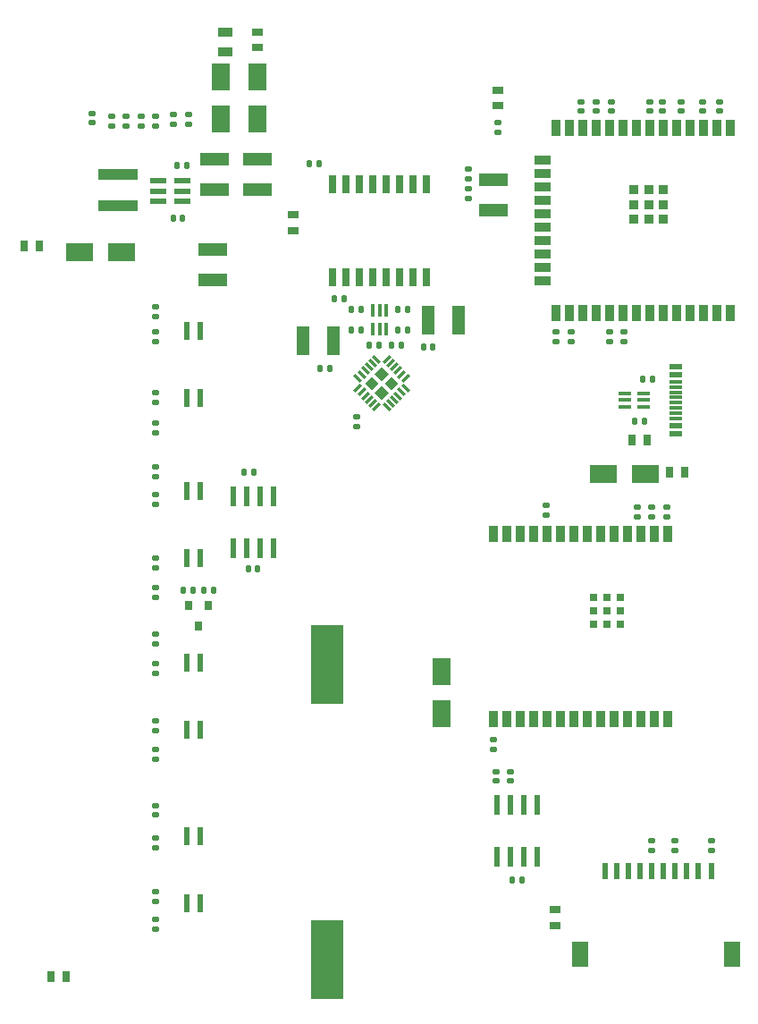
<source format=gtp>
G04*
G04 #@! TF.GenerationSoftware,Altium Limited,Altium Designer,25.4.2 (15)*
G04*
G04 Layer_Color=8421504*
%FSLAX44Y44*%
%MOMM*%
G71*
G04*
G04 #@! TF.SameCoordinates,CF2555CE-50F3-4C54-A6B1-1294104F7050*
G04*
G04*
G04 #@! TF.FilePolarity,Positive*
G04*
G01*
G75*
%ADD19R,0.8000X0.8000*%
%ADD20R,0.9000X1.5000*%
%ADD21R,3.1700X7.5600*%
%ADD22R,3.1700X7.5000*%
G04:AMPARAMS|DCode=23|XSize=0.86mm|YSize=0.26mm|CornerRadius=0.0091mm|HoleSize=0mm|Usage=FLASHONLY|Rotation=315.000|XOffset=0mm|YOffset=0mm|HoleType=Round|Shape=RoundedRectangle|*
%AMROUNDEDRECTD23*
21,1,0.8600,0.2418,0,0,315.0*
21,1,0.8418,0.2600,0,0,315.0*
1,1,0.0182,0.2121,-0.3831*
1,1,0.0182,-0.3831,0.2121*
1,1,0.0182,-0.2121,0.3831*
1,1,0.0182,0.3831,-0.2121*
%
%ADD23ROUNDEDRECTD23*%
G04:AMPARAMS|DCode=24|XSize=0.86mm|YSize=0.26mm|CornerRadius=0.0091mm|HoleSize=0mm|Usage=FLASHONLY|Rotation=45.000|XOffset=0mm|YOffset=0mm|HoleType=Round|Shape=RoundedRectangle|*
%AMROUNDEDRECTD24*
21,1,0.8600,0.2418,0,0,45.0*
21,1,0.8418,0.2600,0,0,45.0*
1,1,0.0182,0.3831,0.2121*
1,1,0.0182,-0.2121,-0.3831*
1,1,0.0182,-0.3831,-0.2121*
1,1,0.0182,0.2121,0.3831*
%
%ADD24ROUNDEDRECTD24*%
%ADD25R,1.5000X0.9000*%
%ADD26R,0.9000X0.9000*%
%ADD27R,0.6000X1.9700*%
%ADD28R,1.1500X0.6000*%
%ADD29R,1.1500X0.3000*%
G04:AMPARAMS|DCode=30|XSize=1.45mm|YSize=0.59mm|CornerRadius=0.0738mm|HoleSize=0mm|Usage=FLASHONLY|Rotation=0.000|XOffset=0mm|YOffset=0mm|HoleType=Round|Shape=RoundedRectangle|*
%AMROUNDEDRECTD30*
21,1,1.4500,0.4425,0,0,0.0*
21,1,1.3025,0.5900,0,0,0.0*
1,1,0.1475,0.6513,-0.2213*
1,1,0.1475,-0.6513,-0.2213*
1,1,0.1475,-0.6513,0.2213*
1,1,0.1475,0.6513,0.2213*
%
%ADD30ROUNDEDRECTD30*%
%ADD31R,0.4000X1.1700*%
%ADD32R,1.1700X0.4000*%
%ADD33R,0.7600X1.7000*%
G04:AMPARAMS|DCode=34|XSize=0.7mm|YSize=1.02mm|CornerRadius=0.0875mm|HoleSize=0mm|Usage=FLASHONLY|Rotation=90.000|XOffset=0mm|YOffset=0mm|HoleType=Round|Shape=RoundedRectangle|*
%AMROUNDEDRECTD34*
21,1,0.7000,0.8450,0,0,90.0*
21,1,0.5250,1.0200,0,0,90.0*
1,1,0.1750,0.4225,0.2625*
1,1,0.1750,0.4225,-0.2625*
1,1,0.1750,-0.4225,-0.2625*
1,1,0.1750,-0.4225,0.2625*
%
%ADD34ROUNDEDRECTD34*%
G04:AMPARAMS|DCode=35|XSize=0.7mm|YSize=1.02mm|CornerRadius=0.0875mm|HoleSize=0mm|Usage=FLASHONLY|Rotation=0.000|XOffset=0mm|YOffset=0mm|HoleType=Round|Shape=RoundedRectangle|*
%AMROUNDEDRECTD35*
21,1,0.7000,0.8450,0,0,0.0*
21,1,0.5250,1.0200,0,0,0.0*
1,1,0.1750,0.2625,-0.4225*
1,1,0.1750,-0.2625,-0.4225*
1,1,0.1750,-0.2625,0.4225*
1,1,0.1750,0.2625,0.4225*
%
%ADD35ROUNDEDRECTD35*%
G04:AMPARAMS|DCode=36|XSize=1.4mm|YSize=0.9mm|CornerRadius=0.1125mm|HoleSize=0mm|Usage=FLASHONLY|Rotation=0.000|XOffset=0mm|YOffset=0mm|HoleType=Round|Shape=RoundedRectangle|*
%AMROUNDEDRECTD36*
21,1,1.4000,0.6750,0,0,0.0*
21,1,1.1750,0.9000,0,0,0.0*
1,1,0.2250,0.5875,-0.3375*
1,1,0.2250,-0.5875,-0.3375*
1,1,0.2250,-0.5875,0.3375*
1,1,0.2250,0.5875,0.3375*
%
%ADD36ROUNDEDRECTD36*%
G04:AMPARAMS|DCode=37|XSize=0.49mm|YSize=0.6mm|CornerRadius=0.049mm|HoleSize=0mm|Usage=FLASHONLY|Rotation=270.000|XOffset=0mm|YOffset=0mm|HoleType=Round|Shape=RoundedRectangle|*
%AMROUNDEDRECTD37*
21,1,0.4900,0.5020,0,0,270.0*
21,1,0.3920,0.6000,0,0,270.0*
1,1,0.0980,-0.2510,-0.1960*
1,1,0.0980,-0.2510,0.1960*
1,1,0.0980,0.2510,0.1960*
1,1,0.0980,0.2510,-0.1960*
%
%ADD37ROUNDEDRECTD37*%
G04:AMPARAMS|DCode=38|XSize=0.49mm|YSize=0.6mm|CornerRadius=0.049mm|HoleSize=0mm|Usage=FLASHONLY|Rotation=180.000|XOffset=0mm|YOffset=0mm|HoleType=Round|Shape=RoundedRectangle|*
%AMROUNDEDRECTD38*
21,1,0.4900,0.5020,0,0,180.0*
21,1,0.3920,0.6000,0,0,180.0*
1,1,0.0980,-0.1960,0.2510*
1,1,0.0980,0.1960,0.2510*
1,1,0.0980,0.1960,-0.2510*
1,1,0.0980,-0.1960,-0.2510*
%
%ADD38ROUNDEDRECTD38*%
%ADD39R,3.7000X1.1000*%
%ADD40R,0.8000X0.9000*%
%ADD41R,2.5000X1.7000*%
%ADD42R,1.7000X2.5000*%
G04:AMPARAMS|DCode=43|XSize=1.64mm|YSize=0.59mm|CornerRadius=0.0738mm|HoleSize=0mm|Usage=FLASHONLY|Rotation=90.000|XOffset=0mm|YOffset=0mm|HoleType=Round|Shape=RoundedRectangle|*
%AMROUNDEDRECTD43*
21,1,1.6400,0.4425,0,0,90.0*
21,1,1.4925,0.5900,0,0,90.0*
1,1,0.1475,0.2213,0.7463*
1,1,0.1475,0.2213,-0.7463*
1,1,0.1475,-0.2213,-0.7463*
1,1,0.1475,-0.2213,0.7463*
%
%ADD43ROUNDEDRECTD43*%
%ADD44R,0.6000X1.5000*%
%ADD45R,1.5000X2.3400*%
%ADD46R,0.5334X1.9812*%
%ADD47R,2.7200X1.2400*%
%ADD48R,1.2400X2.7200*%
G36*
X404505Y656910D02*
X398001Y650405D01*
X391491Y656915D01*
X397995Y663420D01*
X404505Y656910D01*
D02*
G37*
G36*
X413415Y648000D02*
X406911Y641497D01*
X400408Y648000D01*
X406911Y654503D01*
X413415Y648000D01*
D02*
G37*
G36*
X395596D02*
X389079Y641483D01*
X382562Y648000D01*
X389079Y654517D01*
X395596Y648000D01*
D02*
G37*
G36*
X404505Y639090D02*
X397998Y632583D01*
X391493Y639088D01*
X398000Y645595D01*
X404505Y639090D01*
D02*
G37*
D19*
X599000Y420000D02*
D03*
Y432500D02*
D03*
Y445000D02*
D03*
X611500Y420000D02*
D03*
Y445000D02*
D03*
X624000Y420000D02*
D03*
Y432500D02*
D03*
Y445000D02*
D03*
X611500Y432500D02*
D03*
D20*
X668700Y329950D02*
D03*
X656000D02*
D03*
X643300D02*
D03*
X630600D02*
D03*
X617900D02*
D03*
X605200D02*
D03*
X592500D02*
D03*
X579800D02*
D03*
X567100D02*
D03*
X554400D02*
D03*
X541700D02*
D03*
X529000D02*
D03*
X516300D02*
D03*
X503600D02*
D03*
Y504950D02*
D03*
X516300D02*
D03*
X529000D02*
D03*
X541700D02*
D03*
X554400D02*
D03*
X567100D02*
D03*
X579800D02*
D03*
X592500D02*
D03*
X605200D02*
D03*
X617900D02*
D03*
X630600D02*
D03*
X643300D02*
D03*
X656000D02*
D03*
X668700D02*
D03*
X563000Y889500D02*
D03*
X575700D02*
D03*
X588400D02*
D03*
X601100D02*
D03*
X613800D02*
D03*
X626500D02*
D03*
X639200D02*
D03*
X651900D02*
D03*
X664600D02*
D03*
X677300D02*
D03*
X690000D02*
D03*
X702700D02*
D03*
X715400D02*
D03*
X728100D02*
D03*
X563000Y714500D02*
D03*
X575700D02*
D03*
X588400D02*
D03*
X601100D02*
D03*
X613800D02*
D03*
X626500D02*
D03*
X639200D02*
D03*
X651900D02*
D03*
X664600D02*
D03*
X677300D02*
D03*
X690000D02*
D03*
X702700D02*
D03*
X715400D02*
D03*
X728100D02*
D03*
D21*
X346000Y382000D02*
D03*
D22*
Y102000D02*
D03*
D23*
X420521Y643156D02*
D03*
X416986Y639621D02*
D03*
X413450Y636085D02*
D03*
X409915Y632550D02*
D03*
X406379Y629014D02*
D03*
X402844Y625479D02*
D03*
X375479Y652844D02*
D03*
X379014Y656379D02*
D03*
X382550Y659915D02*
D03*
X386085Y663450D02*
D03*
X389621Y666986D02*
D03*
X393156Y670521D02*
D03*
D24*
X402844D02*
D03*
X406379Y666986D02*
D03*
X409915Y663450D02*
D03*
X413450Y659915D02*
D03*
X416986Y656379D02*
D03*
X420521Y652844D02*
D03*
X393156Y625479D02*
D03*
X389621Y629014D02*
D03*
X386085Y632550D02*
D03*
X382550Y636085D02*
D03*
X379014Y639621D02*
D03*
X375479Y643156D02*
D03*
D25*
X550500Y795650D02*
D03*
Y782950D02*
D03*
Y770250D02*
D03*
Y757550D02*
D03*
Y744850D02*
D03*
Y808350D02*
D03*
Y821050D02*
D03*
Y833750D02*
D03*
Y846450D02*
D03*
Y859150D02*
D03*
D26*
X650900Y817000D02*
D03*
Y831000D02*
D03*
Y803000D02*
D03*
X664900Y817000D02*
D03*
Y831000D02*
D03*
Y803000D02*
D03*
X636900Y817000D02*
D03*
Y831000D02*
D03*
Y803000D02*
D03*
D27*
X257359Y491820D02*
D03*
X270059D02*
D03*
X282759D02*
D03*
X295459D02*
D03*
Y541320D02*
D03*
X282759D02*
D03*
X270059D02*
D03*
X257359D02*
D03*
D28*
X676450Y600000D02*
D03*
Y664000D02*
D03*
Y608000D02*
D03*
Y656000D02*
D03*
D29*
Y634500D02*
D03*
Y629500D02*
D03*
Y639500D02*
D03*
Y644500D02*
D03*
Y649500D02*
D03*
Y624500D02*
D03*
Y619500D02*
D03*
Y614500D02*
D03*
D30*
X209550Y839500D02*
D03*
Y830000D02*
D03*
Y820500D02*
D03*
X186450D02*
D03*
Y830000D02*
D03*
Y839500D02*
D03*
D31*
X402500Y716700D02*
D03*
X396000D02*
D03*
X389500D02*
D03*
Y699300D02*
D03*
X396000D02*
D03*
X402500D02*
D03*
D32*
X628600Y638500D02*
D03*
Y632000D02*
D03*
Y625500D02*
D03*
X646000D02*
D03*
Y632000D02*
D03*
Y638500D02*
D03*
D33*
X351550Y836000D02*
D03*
X364250D02*
D03*
X376950D02*
D03*
X389650D02*
D03*
X402350D02*
D03*
X415050D02*
D03*
X427750D02*
D03*
X440450D02*
D03*
Y748000D02*
D03*
X427750D02*
D03*
X415050D02*
D03*
X402350D02*
D03*
X389650D02*
D03*
X376950D02*
D03*
X364250D02*
D03*
X351550D02*
D03*
D34*
X280000Y965650D02*
D03*
Y980350D02*
D03*
X508000Y925350D02*
D03*
Y910650D02*
D03*
X562000Y134650D02*
D03*
Y149350D02*
D03*
X314000Y807350D02*
D03*
Y792650D02*
D03*
D35*
X634650Y594000D02*
D03*
X649350D02*
D03*
X670650Y564000D02*
D03*
X685350D02*
D03*
X74000Y778000D02*
D03*
X59300D02*
D03*
X99350Y86000D02*
D03*
X84650D02*
D03*
D36*
X250000Y980500D02*
D03*
Y961500D02*
D03*
D37*
X682000Y914550D02*
D03*
Y905450D02*
D03*
X562900Y687450D02*
D03*
Y696550D02*
D03*
X613986Y687450D02*
D03*
Y696550D02*
D03*
X508000Y885450D02*
D03*
Y894550D02*
D03*
X480000Y822673D02*
D03*
Y831773D02*
D03*
Y850550D02*
D03*
Y841450D02*
D03*
X627658Y687310D02*
D03*
Y696411D02*
D03*
X586941Y914550D02*
D03*
Y905450D02*
D03*
X601492Y914550D02*
D03*
Y905450D02*
D03*
X615644Y914550D02*
D03*
Y905450D02*
D03*
X652000Y914550D02*
D03*
Y905450D02*
D03*
X664000Y914550D02*
D03*
Y905450D02*
D03*
X374000Y606900D02*
D03*
Y616000D02*
D03*
X577232Y696550D02*
D03*
Y687450D02*
D03*
X654000Y530550D02*
D03*
Y521450D02*
D03*
X554000Y532550D02*
D03*
Y523450D02*
D03*
X503762Y301647D02*
D03*
Y310747D02*
D03*
X184000Y301360D02*
D03*
Y292260D02*
D03*
X184000Y140550D02*
D03*
Y131450D02*
D03*
Y401450D02*
D03*
Y410550D02*
D03*
X184000Y239103D02*
D03*
Y248203D02*
D03*
Y373450D02*
D03*
Y382550D02*
D03*
Y208256D02*
D03*
Y217356D02*
D03*
X184000Y318900D02*
D03*
Y328000D02*
D03*
Y157450D02*
D03*
Y166550D02*
D03*
Y610550D02*
D03*
Y601450D02*
D03*
Y454550D02*
D03*
Y445450D02*
D03*
X184000Y711152D02*
D03*
Y720253D02*
D03*
X184000Y559450D02*
D03*
Y568550D02*
D03*
X184000Y687338D02*
D03*
Y696438D02*
D03*
X184000Y533450D02*
D03*
Y542550D02*
D03*
X184000Y629646D02*
D03*
Y638746D02*
D03*
X184000Y473450D02*
D03*
Y482550D02*
D03*
X184177Y900827D02*
D03*
Y891728D02*
D03*
X156178D02*
D03*
Y900827D02*
D03*
X676000Y214550D02*
D03*
Y205450D02*
D03*
X710000Y214550D02*
D03*
Y205450D02*
D03*
X520000Y280550D02*
D03*
Y271450D02*
D03*
X506000Y280550D02*
D03*
Y271450D02*
D03*
X124000Y894450D02*
D03*
Y903550D02*
D03*
X201000Y893450D02*
D03*
Y902550D02*
D03*
X718000Y905450D02*
D03*
Y914550D02*
D03*
X702000Y905450D02*
D03*
Y914550D02*
D03*
X668230Y521327D02*
D03*
Y530427D02*
D03*
X640000Y521450D02*
D03*
Y530550D02*
D03*
X170177Y900827D02*
D03*
Y891728D02*
D03*
X142177D02*
D03*
Y900827D02*
D03*
X654000Y205450D02*
D03*
Y214550D02*
D03*
X215000Y893450D02*
D03*
Y902550D02*
D03*
D38*
X338550Y856000D02*
D03*
X329450D02*
D03*
X369450Y718000D02*
D03*
X378550D02*
D03*
X422550D02*
D03*
X413450D02*
D03*
X422550Y698000D02*
D03*
X413450D02*
D03*
X369450D02*
D03*
X378550D02*
D03*
X407450Y684000D02*
D03*
X416550D02*
D03*
X646550Y612000D02*
D03*
X637450D02*
D03*
X654550Y652000D02*
D03*
X645450D02*
D03*
X280550Y472000D02*
D03*
X271450D02*
D03*
X238550Y452000D02*
D03*
X229450D02*
D03*
X219100D02*
D03*
X210000D02*
D03*
X200450Y804000D02*
D03*
X209550D02*
D03*
X362550Y728000D02*
D03*
X353450D02*
D03*
X437450Y682000D02*
D03*
X446550D02*
D03*
X348550Y662000D02*
D03*
X339450D02*
D03*
X395100Y684000D02*
D03*
X386000D02*
D03*
X276550Y564000D02*
D03*
X267450D02*
D03*
X213550Y854000D02*
D03*
X204450D02*
D03*
X521450Y178000D02*
D03*
X530550D02*
D03*
D39*
X148000Y845750D02*
D03*
Y816250D02*
D03*
D40*
X215000Y438000D02*
D03*
X224500Y418000D02*
D03*
X234000Y438000D02*
D03*
D41*
X648000Y562000D02*
D03*
X608000D02*
D03*
X112000Y772000D02*
D03*
X152000D02*
D03*
D42*
X455000Y375000D02*
D03*
Y335000D02*
D03*
X280000Y938000D02*
D03*
Y898000D02*
D03*
X246000Y898000D02*
D03*
Y938000D02*
D03*
D43*
X213650Y320150D02*
D03*
X226350D02*
D03*
Y383850D02*
D03*
X213650D02*
D03*
Y155850D02*
D03*
X226350D02*
D03*
Y219550D02*
D03*
X213650D02*
D03*
Y633993D02*
D03*
X226350D02*
D03*
Y697693D02*
D03*
X213650D02*
D03*
Y482200D02*
D03*
X226350D02*
D03*
Y545900D02*
D03*
X213650D02*
D03*
D44*
X710500Y185800D02*
D03*
X698000D02*
D03*
X687000D02*
D03*
X676000D02*
D03*
X665000D02*
D03*
X654000D02*
D03*
X643000D02*
D03*
X632000D02*
D03*
X621000D02*
D03*
X610000D02*
D03*
D45*
X729700Y107800D02*
D03*
X586300D02*
D03*
D46*
X506950Y199362D02*
D03*
X519650D02*
D03*
X532350D02*
D03*
X545050D02*
D03*
Y248638D02*
D03*
X532350D02*
D03*
X519650D02*
D03*
X506950D02*
D03*
D47*
X240000Y860400D02*
D03*
Y831600D02*
D03*
X280000Y860400D02*
D03*
Y831600D02*
D03*
X238000Y774400D02*
D03*
Y745600D02*
D03*
X504000Y811600D02*
D03*
Y840400D02*
D03*
D48*
X470400Y708000D02*
D03*
X441600D02*
D03*
X323200Y688000D02*
D03*
X352000D02*
D03*
M02*

</source>
